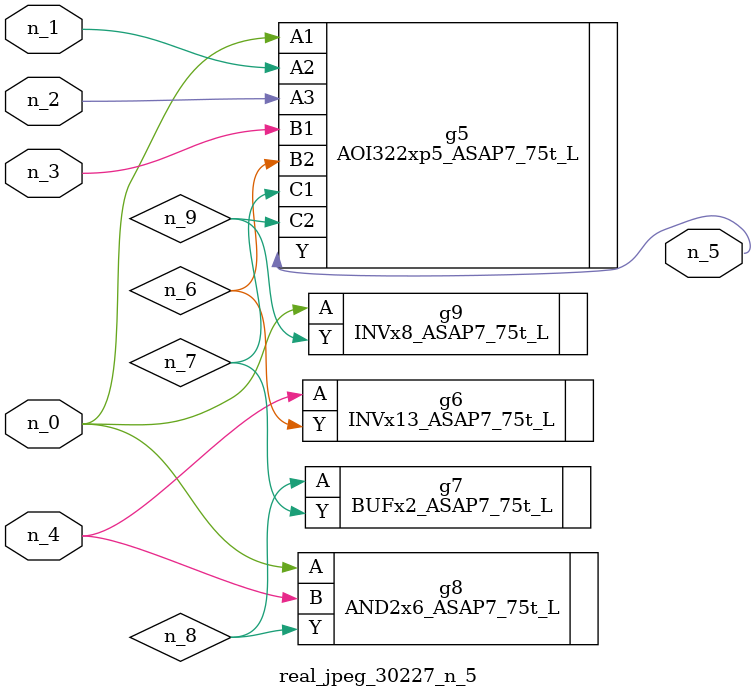
<source format=v>
module real_jpeg_30227_n_5 (n_4, n_0, n_1, n_2, n_3, n_5);

input n_4;
input n_0;
input n_1;
input n_2;
input n_3;

output n_5;

wire n_8;
wire n_6;
wire n_7;
wire n_9;

AOI322xp5_ASAP7_75t_L g5 ( 
.A1(n_0),
.A2(n_1),
.A3(n_2),
.B1(n_3),
.B2(n_6),
.C1(n_7),
.C2(n_9),
.Y(n_5)
);

AND2x6_ASAP7_75t_L g8 ( 
.A(n_0),
.B(n_4),
.Y(n_8)
);

INVx8_ASAP7_75t_L g9 ( 
.A(n_0),
.Y(n_9)
);

INVx13_ASAP7_75t_L g6 ( 
.A(n_4),
.Y(n_6)
);

BUFx2_ASAP7_75t_L g7 ( 
.A(n_8),
.Y(n_7)
);


endmodule
</source>
